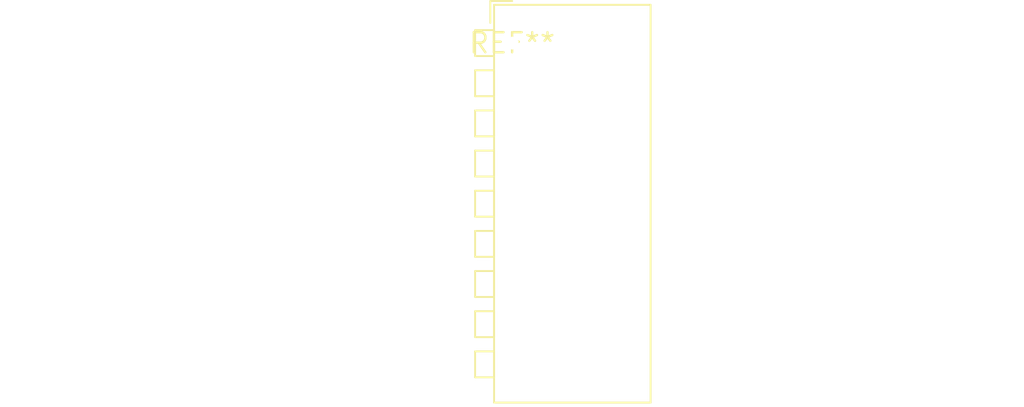
<source format=kicad_pcb>
(kicad_pcb (version 20240108) (generator pcbnew)
  (layers (0 "F.Cu" signal) (31 "B.Cu" signal) (34 "B.Paste" user) (35 "F.Paste" user) (36 "B.SilkS" user "B.Silkscreen") (37 "F.SilkS" user "F.Silkscreen") (38 "B.Mask" user) (39 "F.Mask" user) (44 "Edge.Cuts" user))
  (net 0 "")
  (footprint "SW_DIP_SPSTx09_Piano_CTS_Series194-9MSTN_W7.62mm_P2.54mm" (layer "F.Cu") (at 0 0)
    (property "Reference" "REF**")
    (property "Value" "SW_DIP_SPSTx09_Piano_CTS_Series194-9MSTN_W7.62mm_P2.54mm")
    (fp_line (start -2.34 -0.82) (end -2.34 0.82) (layer "F.SilkS") (stroke (width 0.12)))
    (fp_line (start -2.34 -0.82) (end -1.14 -0.82) (layer "F.SilkS") (stroke (width 0.12)))
    (fp_line (start -2.34 0.82) (end -1.14 0.82) (layer "F.SilkS") (stroke (width 0.12)))
    (fp_line (start -2.34 1.72) (end -2.34 3.361) (layer "F.SilkS") (stroke (width 0.12)))
    (fp_line (start -2.34 1.72) (end -1.14 1.72) (layer "F.SilkS") (stroke (width 0.12)))
    (fp_line (start -2.34 3.361) (end -1.14 3.361) (layer "F.SilkS") (stroke (width 0.12)))
    (fp_line (start -2.34 4.261) (end -2.34 5.9) (layer "F.SilkS") (stroke (width 0.12)))
    (fp_line (start -2.34 4.261) (end -1.14 4.261) (layer "F.SilkS") (stroke (width 0.12)))
    (fp_line (start -2.34 5.9) (end -1.14 5.9) (layer "F.SilkS") (stroke (width 0.12)))
    (fp_line (start -2.34 6.801) (end -2.34 8.441) (layer "F.SilkS") (stroke (width 0.12)))
    (fp_line (start -2.34 6.801) (end -1.14 6.801) (layer "F.SilkS") (stroke (width 0.12)))
    (fp_line (start -2.34 8.441) (end -1.14 8.441) (layer "F.SilkS") (stroke (width 0.12)))
    (fp_line (start -2.34 9.34) (end -2.34 10.98) (layer "F.SilkS") (stroke (width 0.12)))
    (fp_line (start -2.34 9.34) (end -1.14 9.34) (layer "F.SilkS") (stroke (width 0.12)))
    (fp_line (start -2.34 10.98) (end -1.14 10.98) (layer "F.SilkS") (stroke (width 0.12)))
    (fp_line (start -2.34 11.88) (end -2.34 13.52) (layer "F.SilkS") (stroke (width 0.12)))
    (fp_line (start -2.34 11.88) (end -1.14 11.88) (layer "F.SilkS") (stroke (width 0.12)))
    (fp_line (start -2.34 13.52) (end -1.14 13.52) (layer "F.SilkS") (stroke (width 0.12)))
    (fp_line (start -2.34 14.42) (end -2.34 16.06) (layer "F.SilkS") (stroke (width 0.12)))
    (fp_line (start -2.34 14.42) (end -1.14 14.42) (layer "F.SilkS") (stroke (width 0.12)))
    (fp_line (start -2.34 16.06) (end -1.14 16.06) (layer "F.SilkS") (stroke (width 0.12)))
    (fp_line (start -2.34 16.96) (end -2.34 18.6) (layer "F.SilkS") (stroke (width 0.12)))
    (fp_line (start -2.34 16.96) (end -1.14 16.96) (layer "F.SilkS") (stroke (width 0.12)))
    (fp_line (start -2.34 18.6) (end -1.14 18.6) (layer "F.SilkS") (stroke (width 0.12)))
    (fp_line (start -2.34 19.5) (end -2.34 21.14) (layer "F.SilkS") (stroke (width 0.12)))
    (fp_line (start -2.34 19.5) (end -1.14 19.5) (layer "F.SilkS") (stroke (width 0.12)))
    (fp_line (start -2.34 21.14) (end -1.14 21.14) (layer "F.SilkS") (stroke (width 0.12)))
    (fp_line (start -1.38 -2.66) (end -1.38 -1.277) (layer "F.SilkS") (stroke (width 0.12)))
    (fp_line (start -1.38 -2.66) (end 0.004 -2.66) (layer "F.SilkS") (stroke (width 0.12)))
    (fp_line (start -1.14 -2.42) (end -1.14 22.74) (layer "F.SilkS") (stroke (width 0.12)))
    (fp_line (start -1.14 -2.42) (end 8.76 -2.42) (layer "F.SilkS") (stroke (width 0.12)))
    (fp_line (start -1.14 -0.82) (end -1.14 0.82) (layer "F.SilkS") (stroke (width 0.12)))
    (fp_line (start -1.14 1.72) (end -1.14 3.361) (layer "F.SilkS") (stroke (width 0.12)))
    (fp_line (start -1.14 4.261) (end -1.14 5.9) (layer "F.SilkS") (stroke (width 0.12)))
    (fp_line (start -1.14 6.801) (end -1.14 8.441) (layer "F.SilkS") (stroke (width 0.12)))
    (fp_line (start -1.14 9.34) (end -1.14 10.98) (layer "F.SilkS") (stroke (width 0.12)))
    (fp_line (start -1.14 11.88) (end -1.14 13.52) (layer "F.SilkS") (stroke (width 0.12)))
    (fp_line (start -1.14 14.42) (end -1.14 16.06) (layer "F.SilkS") (stroke (width 0.12)))
    (fp_line (start -1.14 16.96) (end -1.14 18.6) (layer "F.SilkS") (stroke (width 0.12)))
    (fp_line (start -1.14 19.5) (end -1.14 21.14) (layer "F.SilkS") (stroke (width 0.12)))
    (fp_line (start -1.14 22.74) (end 8.76 22.74) (layer "F.SilkS") (stroke (width 0.12)))
    (fp_line (start 8.76 -2.42) (end 8.76 22.74) (layer "F.SilkS") (stroke (width 0.12)))
    (pad "1" thru_hole rect (at 0 0) (size 1.6 1.6) (drill 0.8) (layers *.Cu *.Mask) (remove_unused_layers))
    (pad "2" thru_hole oval (at 0 2.54) (size 1.6 1.6) (drill 0.8) (layers *.Cu *.Mask) (remove_unused_layers))
    (pad "3" thru_hole oval (at 0 5.08) (size 1.6 1.6) (drill 0.8) (layers *.Cu *.Mask) (remove_unused_layers))
    (pad "4" thru_hole oval (at 0 7.62) (size 1.6 1.6) (drill 0.8) (layers *.Cu *.Mask) (remove_unused_layers))
    (pad "5" thru_hole oval (at 0 10.16) (size 1.6 1.6) (drill 0.8) (layers *.Cu *.Mask) (remove_unused_layers))
    (pad "6" thru_hole oval (at 0 12.7) (size 1.6 1.6) (drill 0.8) (layers *.Cu *.Mask) (remove_unused_layers))
    (pad "7" thru_hole oval (at 0 15.24) (size 1.6 1.6) (drill 0.8) (layers *.Cu *.Mask) (remove_unused_layers))
    (pad "8" thru_hole oval (at 0 17.78) (size 1.6 1.6) (drill 0.8) (layers *.Cu *.Mask) (remove_unused_layers))
    (pad "9" thru_hole oval (at 0 20.32) (size 1.6 1.6) (drill 0.8) (layers *.Cu *.Mask) (remove_unused_layers))
    (pad "10" thru_hole oval (at 7.62 20.32) (size 1.6 1.6) (drill 0.8) (layers *.Cu *.Mask) (remove_unused_layers))
    (pad "11" thru_hole oval (at 7.62 17.78) (size 1.6 1.6) (drill 0.8) (layers *.Cu *.Mask) (remove_unused_layers))
    (pad "12" thru_hole oval (at 7.62 15.24) (size 1.6 1.6) (drill 0.8) (layers *.Cu *.Mask) (remove_unused_layers))
    (pad "13" thru_hole oval (at 7.62 12.7) (size 1.6 1.6) (drill 0.8) (layers *.Cu *.Mask) (remove_unused_layers))
    (pad "14" thru_hole oval (at 7.62 10.16) (size 1.6 1.6) (drill 0.8) (layers *.Cu *.Mask) (remove_unused_layers))
    (pad "15" thru_hole oval (at 7.62 7.62) (size 1.6 1.6) (drill 0.8) (layers *.Cu *.Mask) (remove_unused_layers))
    (pad "16" thru_hole oval (at 7.62 5.08) (size 1.6 1.6) (drill 0.8) (layers *.Cu *.Mask) (remove_unused_layers))
    (pad "17" thru_hole oval (at 7.62 2.54) (size 1.6 1.6) (drill 0.8) (layers *.Cu *.Mask) (remove_unused_layers))
    (pad "18" thru_hole oval (at 7.62 0) (size 1.6 1.6) (drill 0.8) (layers *.Cu *.Mask) (remove_unused_layers))
  )
)
</source>
